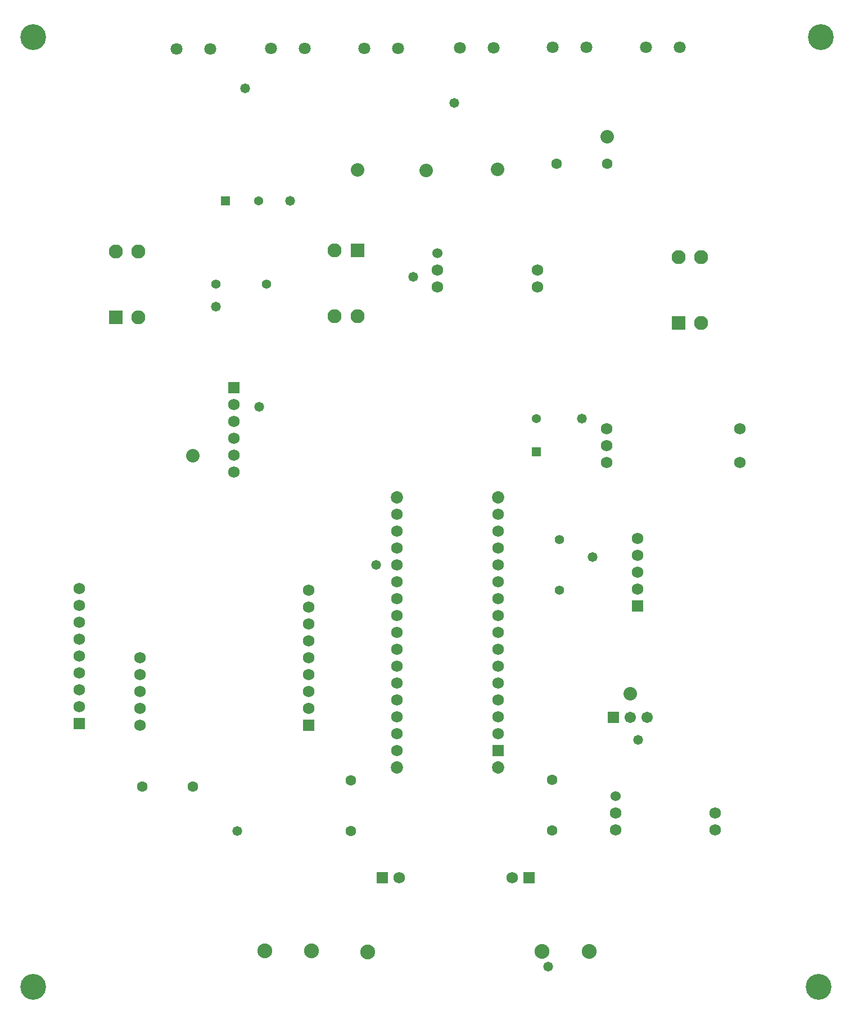
<source format=gts>
G04*
G04 #@! TF.GenerationSoftware,Altium Limited,Altium Designer,22.1.2 (22)*
G04*
G04 Layer_Color=8388736*
%FSLAX25Y25*%
%MOIN*%
G70*
G04*
G04 #@! TF.SameCoordinates,E28053CA-E4DF-42EA-84DA-B9CFE034DEEF*
G04*
G04*
G04 #@! TF.FilePolarity,Negative*
G04*
G01*
G75*
%ADD15C,0.15300*%
%ADD16C,0.08000*%
%ADD17C,0.08300*%
%ADD18R,0.08300X0.08300*%
%ADD19C,0.07300*%
%ADD20C,0.06800*%
%ADD21R,0.06800X0.06800*%
%ADD22C,0.06312*%
%ADD23C,0.08800*%
%ADD24R,0.06902X0.06902*%
%ADD25C,0.06902*%
%ADD26C,0.05400*%
%ADD27R,0.05400X0.05400*%
%ADD28C,0.06000*%
%ADD29R,0.06800X0.06800*%
%ADD30C,0.06706*%
%ADD31R,0.06706X0.06706*%
%ADD32C,0.07100*%
%ADD33R,0.05400X0.05400*%
%ADD34C,0.05524*%
%ADD35C,0.05800*%
D15*
X519291Y15354D02*
D03*
X520472Y577953D02*
D03*
X53543D02*
D03*
Y15354D02*
D03*
D16*
X286614Y498819D02*
D03*
X245669Y499255D02*
D03*
X393761Y518926D02*
D03*
X328740Y499606D02*
D03*
X148031Y329921D02*
D03*
X407480Y188976D02*
D03*
D17*
X102355Y450996D02*
D03*
X115755D02*
D03*
Y411996D02*
D03*
X436213Y447453D02*
D03*
X449613D02*
D03*
Y408453D02*
D03*
X232269Y451598D02*
D03*
Y412598D02*
D03*
X245669D02*
D03*
D18*
X102355Y411996D02*
D03*
X436213Y408453D02*
D03*
X245669Y451598D02*
D03*
D19*
X329070Y305292D02*
D03*
X269070D02*
D03*
Y145292D02*
D03*
X329070D02*
D03*
D20*
X269070Y155292D02*
D03*
Y165292D02*
D03*
Y175292D02*
D03*
Y185292D02*
D03*
Y195292D02*
D03*
Y205292D02*
D03*
Y215292D02*
D03*
Y225292D02*
D03*
Y235292D02*
D03*
Y245292D02*
D03*
Y255292D02*
D03*
Y265292D02*
D03*
Y275292D02*
D03*
Y285292D02*
D03*
Y295292D02*
D03*
X329070D02*
D03*
Y285292D02*
D03*
Y275292D02*
D03*
Y265292D02*
D03*
Y255292D02*
D03*
Y245292D02*
D03*
Y235292D02*
D03*
Y225292D02*
D03*
Y215292D02*
D03*
Y205292D02*
D03*
Y195292D02*
D03*
Y185292D02*
D03*
Y175292D02*
D03*
Y165292D02*
D03*
X472441Y325984D02*
D03*
X393406D02*
D03*
Y345984D02*
D03*
Y335984D02*
D03*
X472441Y346063D02*
D03*
X457874Y118268D02*
D03*
X398819Y108268D02*
D03*
Y118268D02*
D03*
X457874Y108268D02*
D03*
X352362Y439921D02*
D03*
X293307Y429921D02*
D03*
Y439921D02*
D03*
X352362Y429921D02*
D03*
X411811Y281024D02*
D03*
Y271024D02*
D03*
Y261024D02*
D03*
Y251024D02*
D03*
X172441Y350315D02*
D03*
Y360315D02*
D03*
Y340315D02*
D03*
Y330315D02*
D03*
Y320315D02*
D03*
X80709Y181260D02*
D03*
Y191260D02*
D03*
Y201260D02*
D03*
Y221260D02*
D03*
Y231260D02*
D03*
Y251260D02*
D03*
Y241260D02*
D03*
Y211260D02*
D03*
X216929Y180236D02*
D03*
Y190236D02*
D03*
Y200236D02*
D03*
Y210236D02*
D03*
Y220236D02*
D03*
Y230236D02*
D03*
X116929Y210236D02*
D03*
Y200236D02*
D03*
Y190236D02*
D03*
Y180236D02*
D03*
Y170236D02*
D03*
X216929Y250236D02*
D03*
Y240236D02*
D03*
D21*
X329070Y155292D02*
D03*
D22*
X363761Y502912D02*
D03*
X393761D02*
D03*
X361024Y137835D02*
D03*
Y107835D02*
D03*
X241732Y137441D02*
D03*
Y107441D02*
D03*
X148061Y133763D02*
D03*
X118061D02*
D03*
D23*
X251969Y35827D02*
D03*
X218504Y36614D02*
D03*
X190945D02*
D03*
X355118Y36220D02*
D03*
X383071D02*
D03*
D24*
X347638Y79921D02*
D03*
X260630D02*
D03*
D25*
X337638D02*
D03*
X270630D02*
D03*
D26*
X187209Y481048D02*
D03*
X351969Y351969D02*
D03*
D27*
X167524Y481048D02*
D03*
D28*
X398819Y128268D02*
D03*
X293307Y449921D02*
D03*
D29*
X411811Y241024D02*
D03*
X172441Y370315D02*
D03*
X80709Y171260D02*
D03*
X216929Y170236D02*
D03*
D30*
X417480Y174803D02*
D03*
X407480D02*
D03*
D31*
X397480D02*
D03*
D32*
X326535Y571654D02*
D03*
X306535D02*
D03*
X361417Y572047D02*
D03*
X381417D02*
D03*
X416772Y572047D02*
D03*
X436772D02*
D03*
X249843Y571260D02*
D03*
X269843D02*
D03*
X138425Y570866D02*
D03*
X158425D02*
D03*
X194567Y571260D02*
D03*
X214567D02*
D03*
D33*
X351969Y332283D02*
D03*
D34*
X365354Y280354D02*
D03*
Y250354D02*
D03*
X191772Y431496D02*
D03*
X161772D02*
D03*
D35*
Y418223D02*
D03*
X358724Y27130D02*
D03*
X174382Y107441D02*
D03*
X412159Y161517D02*
D03*
X385084Y270084D02*
D03*
X378771Y351969D02*
D03*
X303150Y538976D02*
D03*
X278740Y435827D02*
D03*
X256755Y265292D02*
D03*
X179134Y547638D02*
D03*
X205878Y481075D02*
D03*
X187402Y359055D02*
D03*
M02*

</source>
